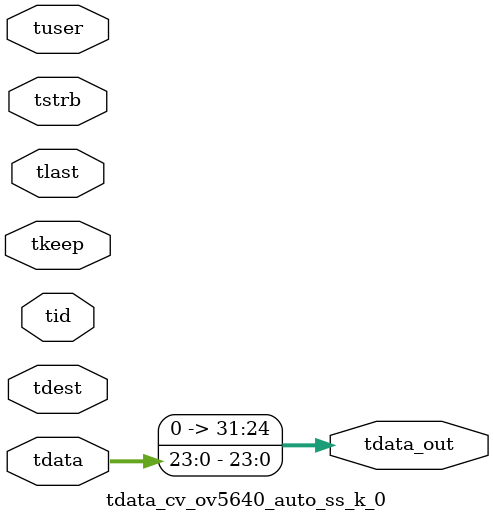
<source format=v>


`timescale 1ps/1ps

module tdata_cv_ov5640_auto_ss_k_0 #
(
parameter C_S_AXIS_TDATA_WIDTH = 32,
parameter C_S_AXIS_TUSER_WIDTH = 0,
parameter C_S_AXIS_TID_WIDTH   = 0,
parameter C_S_AXIS_TDEST_WIDTH = 0,
parameter C_M_AXIS_TDATA_WIDTH = 32
)
(
input  [(C_S_AXIS_TDATA_WIDTH == 0 ? 1 : C_S_AXIS_TDATA_WIDTH)-1:0     ] tdata,
input  [(C_S_AXIS_TUSER_WIDTH == 0 ? 1 : C_S_AXIS_TUSER_WIDTH)-1:0     ] tuser,
input  [(C_S_AXIS_TID_WIDTH   == 0 ? 1 : C_S_AXIS_TID_WIDTH)-1:0       ] tid,
input  [(C_S_AXIS_TDEST_WIDTH == 0 ? 1 : C_S_AXIS_TDEST_WIDTH)-1:0     ] tdest,
input  [(C_S_AXIS_TDATA_WIDTH/8)-1:0 ] tkeep,
input  [(C_S_AXIS_TDATA_WIDTH/8)-1:0 ] tstrb,
input                                                                    tlast,
output [C_M_AXIS_TDATA_WIDTH-1:0] tdata_out
);

assign tdata_out = {tdata[23:0]};

endmodule


</source>
